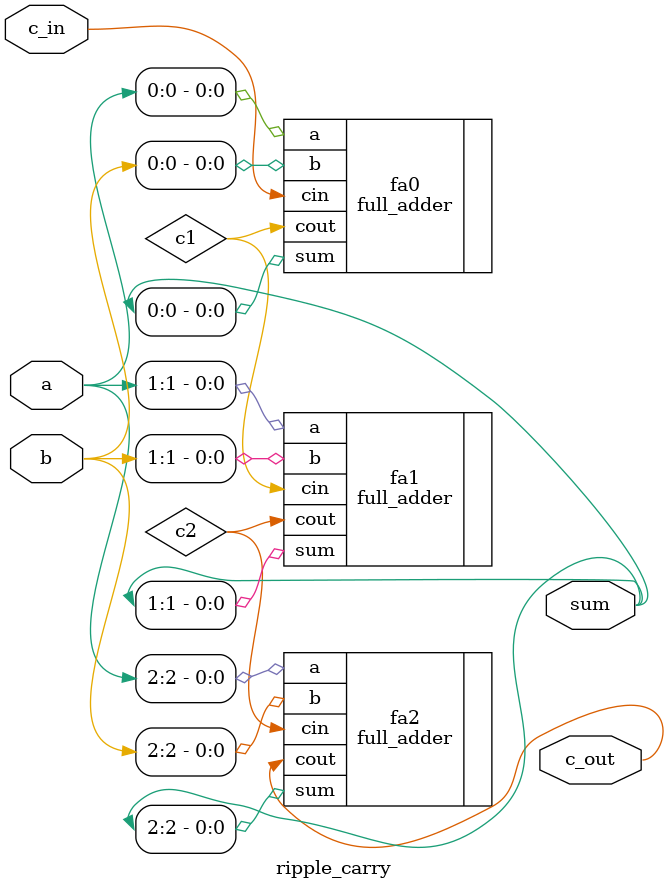
<source format=sv>
module ripple_carry (
    input  logic [2:0] a,     
    input  logic [2:0] b,    
    input  logic       c_in,    
    output logic [2:0] sum,   
    output logic       c_out      
);

    logic c1, c2;   

    full_adder fa0 (
        .a(a[0]), 
        .b(b[0]), 
        .cin(c_in), 
        .sum(sum[0]), 
        .cout(c1)
    );
    
    full_adder fa1 (
        .a(a[1]), 
        .b(b[1]), 
        .cin(c1), 
        .sum(sum[1]), 
        .cout(c2)
    );
    
    full_adder fa2 (
        .a(a[2]), 
        .b(b[2]), 
        .cin(c2), 
        .sum(sum[2]), 
        .cout(c_out)
    );

endmodule
</source>
